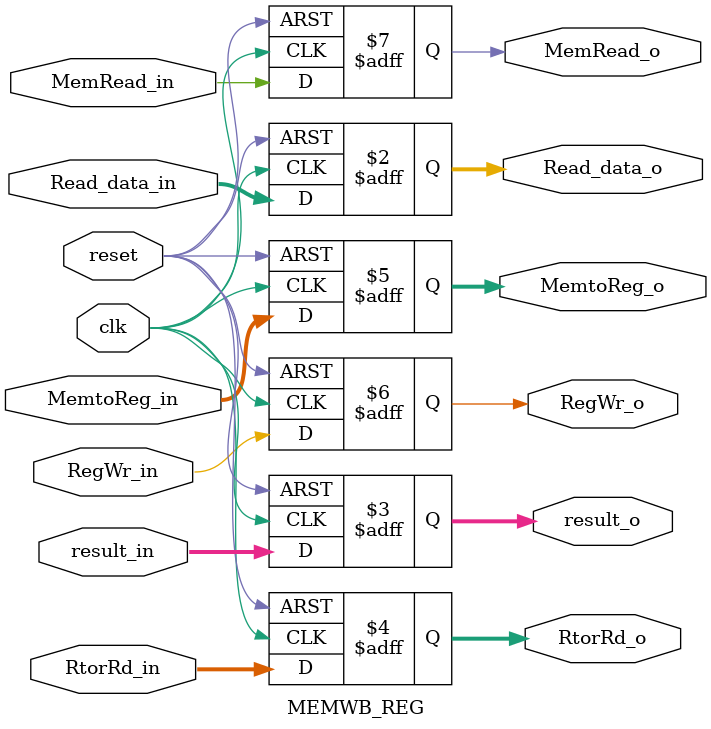
<source format=v>
`timescale 1ns / 1ps


module MEMWB_REG(
reset,
clk,
Read_data_in,
result_in,
RtorRd_in,
Read_data_o,
result_o,
RtorRd_o,

MemtoReg_in,
RegWr_in,
MemRead_in,
MemtoReg_o,
RegWr_o,
MemRead_o
    );
    
    input reset;
    input clk;
    input [31:0] Read_data_in;
    input [31:0] result_in;
    input [4:0] RtorRd_in;
    input MemRead_in;
    output reg [31:0] Read_data_o;
    output reg [31:0] result_o;
    output reg [4:0] RtorRd_o;
    input [1:0] MemtoReg_in;
    input RegWr_in;
    output reg [1:0] MemtoReg_o;
    output reg RegWr_o;
    output reg MemRead_o;
    
    always @(posedge reset or posedge clk)
    begin
    if(reset)
    begin
      Read_data_o<=0;
      result_o<=0;
      RtorRd_o<=0;
      MemtoReg_o<=0;
      RegWr_o<=0;
      MemRead_o<=0;
    end
    else
    begin
      Read_data_o<=Read_data_in;
      result_o<=result_in;
      RtorRd_o<=RtorRd_in;
      MemtoReg_o<=MemtoReg_in;
      RegWr_o<=RegWr_in;      
      MemRead_o<=MemRead_in;
    end
  end
endmodule

</source>
